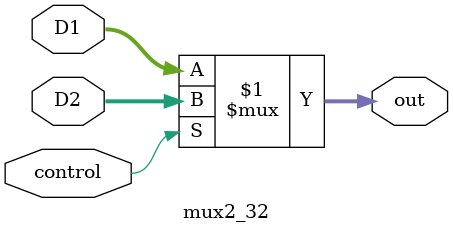
<source format=v>
`timescale 1ns / 1ps
module mux2_32(
    input[31:0] D1,
	 input[31:0] D2,
	 input control,
	 output[31:0] out
    );
   assign out=control?D2:D1;
	

endmodule

</source>
